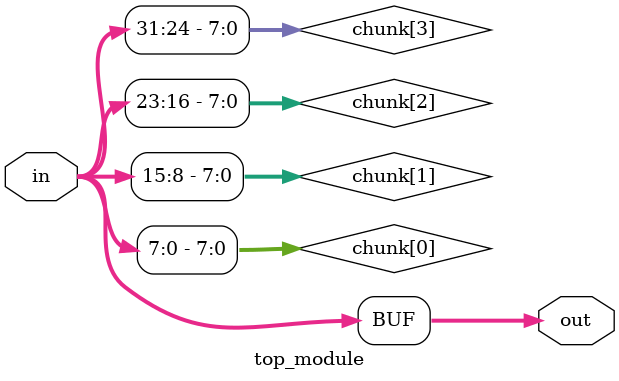
<source format=sv>
module top_module (
    input [31:0] in,
    output [31:0] out
);

    reg [7:0] chunk [3:0];

    assign out[31:24] = chunk[3];
    assign out[23:16] = chunk[2];
    assign out[15:8] = chunk[1];
    assign out[7:0] = chunk[0];

    always @(*) begin
        chunk[0] = in[7:0];
        chunk[1] = in[15:8];
        chunk[2] = in[23:16];
        chunk[3] = in[31:24];
    end

endmodule

</source>
